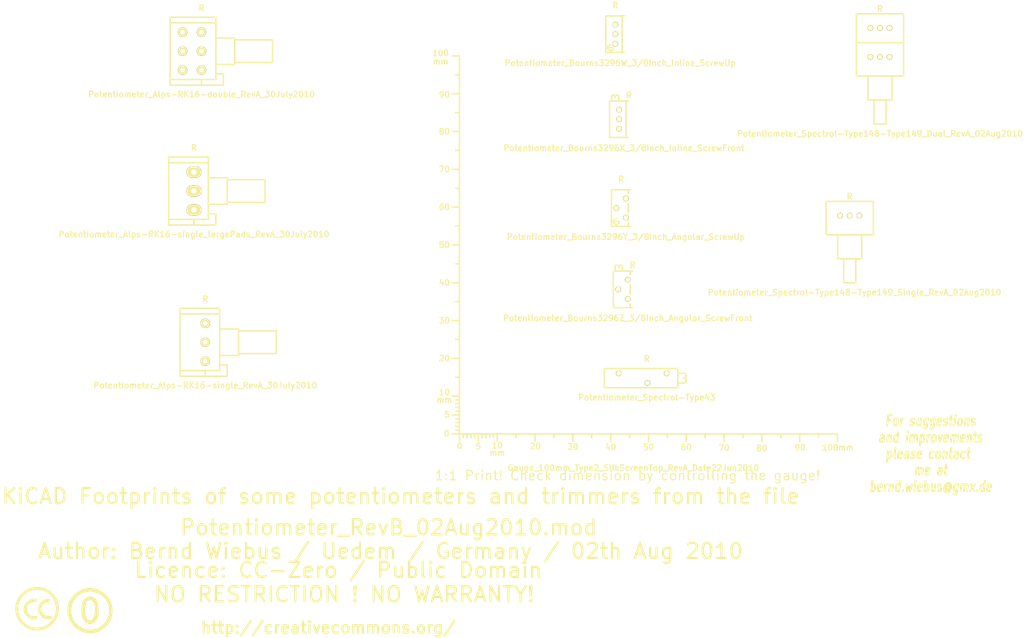
<source format=kicad_pcb>
(kicad_pcb (version 3) (host pcbnew "(2013-03-30 BZR 4007)-stable")

  (general
    (links 0)
    (no_connects 0)
    (area -16.90696 40.805099 274.02378 197.1694)
    (thickness 1.6002)
    (drawings 7)
    (tracks 0)
    (zones 0)
    (modules 13)
    (nets 1)
  )

  (page A4)
  (layers
    (15 Vorderseite signal)
    (0 Rückseite signal)
    (16 B.Adhes user)
    (17 F.Adhes user)
    (18 B.Paste user)
    (19 F.Paste user)
    (20 B.SilkS user)
    (21 F.SilkS user)
    (22 B.Mask user)
    (23 F.Mask user)
    (24 Dwgs.User user)
    (25 Cmts.User user)
    (26 Eco1.User user)
    (27 Eco2.User user)
    (28 Edge.Cuts user)
  )

  (setup
    (last_trace_width 0.2032)
    (trace_clearance 0.254)
    (zone_clearance 0.508)
    (zone_45_only no)
    (trace_min 0.2032)
    (segment_width 0.381)
    (edge_width 0.381)
    (via_size 0.889)
    (via_drill 0.635)
    (via_min_size 0.889)
    (via_min_drill 0.508)
    (uvia_size 0.508)
    (uvia_drill 0.127)
    (uvias_allowed no)
    (uvia_min_size 0.508)
    (uvia_min_drill 0.127)
    (pcb_text_width 0.3048)
    (pcb_text_size 1.524 2.032)
    (mod_edge_width 0.381)
    (mod_text_size 1.524 1.524)
    (mod_text_width 0.3048)
    (pad_size 1.524 1.524)
    (pad_drill 0.8128)
    (pad_to_mask_clearance 0.254)
    (aux_axis_origin 0 0)
    (visible_elements 7FFFFFFF)
    (pcbplotparams
      (layerselection 3178497)
      (usegerberextensions true)
      (excludeedgelayer true)
      (linewidth 60)
      (plotframeref false)
      (viasonmask false)
      (mode 1)
      (useauxorigin false)
      (hpglpennumber 1)
      (hpglpenspeed 20)
      (hpglpendiameter 15)
      (hpglpenoverlay 0)
      (psnegative false)
      (psa4output false)
      (plotreference true)
      (plotvalue true)
      (plotothertext true)
      (plotinvisibletext false)
      (padsonsilk false)
      (subtractmaskfromsilk false)
      (outputformat 1)
      (mirror false)
      (drillshape 1)
      (scaleselection 1)
      (outputdirectory ""))
  )

  (net 0 "")

  (net_class Default "Dies ist die voreingestellte Netzklasse."
    (clearance 0.254)
    (trace_width 0.2032)
    (via_dia 0.889)
    (via_drill 0.635)
    (uvia_dia 0.508)
    (uvia_drill 0.127)
    (add_net "")
  )

  (module Gauge_100mm_Type2_SilkScreenTop_RevA_Date22Jun2010 (layer Vorderseite) (tedit 51AF682E) (tstamp 4D88F07A)
    (at 132.75056 141.2494)
    (descr "Gauge, Massstab, 100mm, SilkScreenTop, Type 2,")
    (tags "Gauge, Massstab, 100mm, SilkScreenTop, Type 2,")
    (path Gauge_100mm_Type2_SilkScreenTop_RevA_Date22Jun2010)
    (fp_text reference MSC (at 4.0005 8.99922) (layer F.SilkS) hide
      (effects (font (size 1.524 1.524) (thickness 0.3048)))
    )
    (fp_text value Gauge_100mm_Type2_SilkScreenTop_RevA_Date22Jun2010 (at 45.9994 8.99922) (layer F.SilkS)
      (effects (font (size 1.524 1.524) (thickness 0.3048)))
    )
    (fp_text user mm (at 9.99998 5.00126) (layer F.SilkS)
      (effects (font (size 1.524 1.524) (thickness 0.3048)))
    )
    (fp_text user mm (at -4.0005 -8.99922) (layer F.SilkS)
      (effects (font (size 1.524 1.524) (thickness 0.3048)))
    )
    (fp_text user mm (at -5.00126 -98.5012) (layer F.SilkS)
      (effects (font (size 1.524 1.524) (thickness 0.3048)))
    )
    (fp_text user 10 (at 10.00506 3.0988) (layer F.SilkS)
      (effects (font (size 1.50114 1.50114) (thickness 0.29972)))
    )
    (fp_text user 0 (at 0.00508 3.19786) (layer F.SilkS)
      (effects (font (size 1.39954 1.50114) (thickness 0.29972)))
    )
    (fp_text user 5 (at 5.0038 3.29946) (layer F.SilkS)
      (effects (font (size 1.50114 1.50114) (thickness 0.29972)))
    )
    (fp_text user 20 (at 20.1041 3.29946) (layer F.SilkS)
      (effects (font (size 1.50114 1.50114) (thickness 0.29972)))
    )
    (fp_text user 30 (at 30.00502 3.39852) (layer F.SilkS)
      (effects (font (size 1.50114 1.50114) (thickness 0.29972)))
    )
    (fp_text user 40 (at 40.005 3.50012) (layer F.SilkS)
      (effects (font (size 1.50114 1.50114) (thickness 0.29972)))
    )
    (fp_text user 50 (at 50.00498 3.50012) (layer F.SilkS)
      (effects (font (size 1.50114 1.50114) (thickness 0.29972)))
    )
    (fp_text user 60 (at 60.00496 3.50012) (layer F.SilkS)
      (effects (font (size 1.50114 1.50114) (thickness 0.29972)))
    )
    (fp_text user 70 (at 70.00494 3.70078) (layer F.SilkS)
      (effects (font (size 1.50114 1.50114) (thickness 0.29972)))
    )
    (fp_text user 80 (at 80.00492 3.79984) (layer F.SilkS)
      (effects (font (size 1.50114 1.50114) (thickness 0.29972)))
    )
    (fp_text user 90 (at 90.1065 3.60172) (layer F.SilkS)
      (effects (font (size 1.50114 1.50114) (thickness 0.29972)))
    )
    (fp_text user 100mm (at 100.10648 3.60172) (layer F.SilkS)
      (effects (font (size 1.50114 1.50114) (thickness 0.29972)))
    )
    (fp_line (start 0 -8.99922) (end -1.00076 -8.99922) (layer F.SilkS) (width 0.381))
    (fp_line (start 0 -8.001) (end -1.00076 -8.001) (layer F.SilkS) (width 0.381))
    (fp_line (start 0 -7.00024) (end -1.00076 -7.00024) (layer F.SilkS) (width 0.381))
    (fp_line (start 0 -5.99948) (end -1.00076 -5.99948) (layer F.SilkS) (width 0.381))
    (fp_line (start 0 -4.0005) (end -1.00076 -4.0005) (layer F.SilkS) (width 0.381))
    (fp_line (start 0 -2.99974) (end -1.00076 -2.99974) (layer F.SilkS) (width 0.381))
    (fp_line (start 0 -1.99898) (end -1.00076 -1.99898) (layer F.SilkS) (width 0.381))
    (fp_line (start 0 -1.00076) (end -1.00076 -1.00076) (layer F.SilkS) (width 0.381))
    (fp_line (start 0 0) (end -1.99898 0) (layer F.SilkS) (width 0.381))
    (fp_line (start 0 -5.00126) (end -1.99898 -5.00126) (layer F.SilkS) (width 0.381))
    (fp_line (start 0 -9.99998) (end -1.99898 -9.99998) (layer F.SilkS) (width 0.381))
    (fp_line (start 0 -15.00124) (end -1.00076 -15.00124) (layer F.SilkS) (width 0.381))
    (fp_line (start 0 -19.99996) (end -1.99898 -19.99996) (layer F.SilkS) (width 0.381))
    (fp_line (start 0 -25.00122) (end -1.00076 -25.00122) (layer F.SilkS) (width 0.381))
    (fp_line (start 0 -29.99994) (end -1.99898 -29.99994) (layer F.SilkS) (width 0.381))
    (fp_line (start 0 -35.0012) (end -1.00076 -35.0012) (layer F.SilkS) (width 0.381))
    (fp_line (start 0 -39.99992) (end -1.99898 -39.99992) (layer F.SilkS) (width 0.381))
    (fp_line (start 0 -45.00118) (end -1.00076 -45.00118) (layer F.SilkS) (width 0.381))
    (fp_line (start 0 -49.9999) (end -1.99898 -49.9999) (layer F.SilkS) (width 0.381))
    (fp_line (start 0 -55.00116) (end -1.00076 -55.00116) (layer F.SilkS) (width 0.381))
    (fp_line (start 0 -59.99988) (end -1.99898 -59.99988) (layer F.SilkS) (width 0.381))
    (fp_line (start 0 -65.00114) (end -1.00076 -65.00114) (layer F.SilkS) (width 0.381))
    (fp_line (start 0 -69.99986) (end -1.99898 -69.99986) (layer F.SilkS) (width 0.381))
    (fp_line (start 0 -75.00112) (end -1.00076 -75.00112) (layer F.SilkS) (width 0.381))
    (fp_line (start 0 -79.99984) (end -1.99898 -79.99984) (layer F.SilkS) (width 0.381))
    (fp_line (start 0 -85.0011) (end -1.00076 -85.0011) (layer F.SilkS) (width 0.381))
    (fp_line (start 0 -89.99982) (end -1.99898 -89.99982) (layer F.SilkS) (width 0.381))
    (fp_line (start 0 -95.00108) (end -1.00076 -95.00108) (layer F.SilkS) (width 0.381))
    (fp_line (start 0 0) (end 0 -99.9998) (layer F.SilkS) (width 0.381))
    (fp_line (start 0 -99.9998) (end -1.99898 -99.9998) (layer F.SilkS) (width 0.381))
    (fp_text user 100 (at -4.99872 -100.7491) (layer F.SilkS)
      (effects (font (size 1.50114 1.50114) (thickness 0.29972)))
    )
    (fp_text user 90 (at -4.0005 -89.7509) (layer F.SilkS)
      (effects (font (size 1.50114 1.50114) (thickness 0.29972)))
    )
    (fp_text user 80 (at -4.0005 -79.99984) (layer F.SilkS)
      (effects (font (size 1.50114 1.50114) (thickness 0.29972)))
    )
    (fp_text user 70 (at -4.0005 -69.99986) (layer F.SilkS)
      (effects (font (size 1.50114 1.50114) (thickness 0.29972)))
    )
    (fp_text user 60 (at -4.0005 -59.99988) (layer F.SilkS)
      (effects (font (size 1.50114 1.50114) (thickness 0.29972)))
    )
    (fp_text user 50 (at -4.0005 -49.9999) (layer F.SilkS)
      (effects (font (size 1.50114 1.50114) (thickness 0.34036)))
    )
    (fp_text user 40 (at -4.0005 -39.99992) (layer F.SilkS)
      (effects (font (size 1.50114 1.50114) (thickness 0.29972)))
    )
    (fp_text user 30 (at -4.0005 -29.99994) (layer F.SilkS)
      (effects (font (size 1.50114 1.50114) (thickness 0.29972)))
    )
    (fp_text user 20 (at -4.0005 -19.99996) (layer F.SilkS)
      (effects (font (size 1.50114 1.50114) (thickness 0.29972)))
    )
    (fp_line (start 95.00108 0) (end 95.00108 1.00076) (layer F.SilkS) (width 0.381))
    (fp_line (start 89.99982 0) (end 89.99982 1.99898) (layer F.SilkS) (width 0.381))
    (fp_line (start 85.0011 0) (end 85.0011 1.00076) (layer F.SilkS) (width 0.381))
    (fp_line (start 79.99984 0) (end 79.99984 1.99898) (layer F.SilkS) (width 0.381))
    (fp_line (start 75.00112 0) (end 75.00112 1.00076) (layer F.SilkS) (width 0.381))
    (fp_line (start 69.99986 0) (end 69.99986 1.99898) (layer F.SilkS) (width 0.381))
    (fp_line (start 65.00114 0) (end 65.00114 1.00076) (layer F.SilkS) (width 0.381))
    (fp_line (start 59.99988 0) (end 59.99988 1.99898) (layer F.SilkS) (width 0.381))
    (fp_line (start 55.00116 0) (end 55.00116 1.00076) (layer F.SilkS) (width 0.381))
    (fp_line (start 49.9999 0) (end 49.9999 1.99898) (layer F.SilkS) (width 0.381))
    (fp_line (start 45.00118 0) (end 45.00118 1.00076) (layer F.SilkS) (width 0.381))
    (fp_line (start 39.99992 0) (end 39.99992 1.99898) (layer F.SilkS) (width 0.381))
    (fp_line (start 35.0012 0) (end 35.0012 1.00076) (layer F.SilkS) (width 0.381))
    (fp_line (start 29.99994 0) (end 29.99994 1.99898) (layer F.SilkS) (width 0.381))
    (fp_line (start 25.00122 0) (end 25.00122 1.00076) (layer F.SilkS) (width 0.381))
    (fp_line (start 19.99996 0) (end 19.99996 1.99898) (layer F.SilkS) (width 0.381))
    (fp_line (start 15.00124 0) (end 15.00124 1.00076) (layer F.SilkS) (width 0.381))
    (fp_line (start 9.99998 0) (end 99.9998 0) (layer F.SilkS) (width 0.381))
    (fp_line (start 99.9998 0) (end 99.9998 1.99898) (layer F.SilkS) (width 0.381))
    (fp_text user 5 (at -3.302 -5.10286) (layer F.SilkS)
      (effects (font (size 1.50114 1.50114) (thickness 0.29972)))
    )
    (fp_text user 0 (at -3.4036 -0.10414) (layer F.SilkS)
      (effects (font (size 1.50114 1.50114) (thickness 0.29972)))
    )
    (fp_text user 10 (at -4.0005 -11.00074) (layer F.SilkS)
      (effects (font (size 1.50114 1.50114) (thickness 0.29972)))
    )
    (fp_line (start 8.99922 0) (end 8.99922 1.00076) (layer F.SilkS) (width 0.381))
    (fp_line (start 8.001 0) (end 8.001 1.00076) (layer F.SilkS) (width 0.381))
    (fp_line (start 7.00024 0) (end 7.00024 1.00076) (layer F.SilkS) (width 0.381))
    (fp_line (start 5.99948 0) (end 5.99948 1.00076) (layer F.SilkS) (width 0.381))
    (fp_line (start 4.0005 0) (end 4.0005 1.00076) (layer F.SilkS) (width 0.381))
    (fp_line (start 2.99974 0) (end 2.99974 1.00076) (layer F.SilkS) (width 0.381))
    (fp_line (start 1.99898 0) (end 1.99898 1.00076) (layer F.SilkS) (width 0.381))
    (fp_line (start 1.00076 0) (end 1.00076 1.00076) (layer F.SilkS) (width 0.381))
    (fp_line (start 5.00126 0) (end 5.00126 1.99898) (layer F.SilkS) (width 0.381))
    (fp_line (start 0 0) (end 0 1.99898) (layer F.SilkS) (width 0.381))
    (fp_line (start 0 0) (end 9.99998 0) (layer F.SilkS) (width 0.381))
    (fp_line (start 9.99998 0) (end 9.99998 1.99898) (layer F.SilkS) (width 0.381))
  )

  (module Symbol_CC-PublicDomain_SilkScreenTop_Big (layer Vorderseite) (tedit 515D641F) (tstamp 515F0B64)
    (at 35 188)
    (descr "Symbol, CC-PublicDomain, SilkScreen Top, Big,")
    (tags "Symbol, CC-PublicDomain, SilkScreen Top, Big,")
    (path Symbol_CC-Noncommercial_CopperTop_Big)
    (fp_text reference Sym (at 0.59944 -7.29996) (layer F.SilkS) hide
      (effects (font (size 1.524 1.524) (thickness 0.3048)))
    )
    (fp_text value Symbol_CC-PublicDomain_SilkScreenTop_Big (at 0.59944 8.001) (layer F.SilkS) hide
      (effects (font (size 1.524 1.524) (thickness 0.3048)))
    )
    (fp_circle (center 0 0) (end 5.8 -0.05) (layer F.SilkS) (width 0.381))
    (fp_circle (center 0 0) (end 5.5 0) (layer F.SilkS) (width 0.381))
    (fp_circle (center 0.05 0) (end 5.25 0) (layer F.SilkS) (width 0.381))
    (fp_line (start 1.1 -2.5) (end 1.4 -1.9) (layer F.SilkS) (width 0.381))
    (fp_line (start -1.8 1.2) (end -1.6 1.9) (layer F.SilkS) (width 0.381))
    (fp_line (start -1.6 1.9) (end -1.2 2.5) (layer F.SilkS) (width 0.381))
    (fp_line (start 0 -3) (end 0.75 -2.75) (layer F.SilkS) (width 0.381))
    (fp_line (start 0.75 -2.75) (end 1 -2.25) (layer F.SilkS) (width 0.381))
    (fp_line (start 1 -2.25) (end 1.5 -1) (layer F.SilkS) (width 0.381))
    (fp_line (start 1.5 -1) (end 1.5 -0.5) (layer F.SilkS) (width 0.381))
    (fp_line (start 1.5 -0.5) (end 1.5 0.5) (layer F.SilkS) (width 0.381))
    (fp_line (start 1.5 0.5) (end 1.25 1.5) (layer F.SilkS) (width 0.381))
    (fp_line (start 1.25 1.5) (end 0.75 2.5) (layer F.SilkS) (width 0.381))
    (fp_line (start 0.75 2.5) (end 0.25 2.75) (layer F.SilkS) (width 0.381))
    (fp_line (start 0.25 2.75) (end -0.25 2.75) (layer F.SilkS) (width 0.381))
    (fp_line (start -0.25 2.75) (end -0.75 2.5) (layer F.SilkS) (width 0.381))
    (fp_line (start -0.75 2.5) (end -1.25 1.75) (layer F.SilkS) (width 0.381))
    (fp_line (start -1.25 1.75) (end -1.5 0.75) (layer F.SilkS) (width 0.381))
    (fp_line (start -1.5 0.75) (end -1.5 -0.75) (layer F.SilkS) (width 0.381))
    (fp_line (start -1.5 -0.75) (end -1.25 -1.75) (layer F.SilkS) (width 0.381))
    (fp_line (start -1.25 -1.75) (end -1 -2.5) (layer F.SilkS) (width 0.381))
    (fp_line (start -1 -2.5) (end -0.3 -2.9) (layer F.SilkS) (width 0.381))
    (fp_line (start -0.3 -2.9) (end 0.2 -3) (layer F.SilkS) (width 0.381))
    (fp_line (start 0.2 -3) (end 0.8 -3) (layer F.SilkS) (width 0.381))
    (fp_line (start 0.8 -3) (end 1.4 -2.3) (layer F.SilkS) (width 0.381))
    (fp_line (start 1.4 -2.3) (end 1.6 -1.4) (layer F.SilkS) (width 0.381))
    (fp_line (start 1.6 -1.4) (end 1.7 -0.3) (layer F.SilkS) (width 0.381))
    (fp_line (start 1.7 -0.3) (end 1.7 0.9) (layer F.SilkS) (width 0.381))
    (fp_line (start 1.7 0.9) (end 1.4 1.8) (layer F.SilkS) (width 0.381))
    (fp_line (start 1.4 1.8) (end 1 2.7) (layer F.SilkS) (width 0.381))
    (fp_line (start 1 2.7) (end 0.5 3) (layer F.SilkS) (width 0.381))
    (fp_line (start 0.5 3) (end -0.4 3) (layer F.SilkS) (width 0.381))
    (fp_line (start -0.4 3) (end -1.3 2.3) (layer F.SilkS) (width 0.381))
    (fp_line (start -1.3 2.3) (end -1.7 1) (layer F.SilkS) (width 0.381))
    (fp_line (start -1.7 1) (end -1.8 -0.7) (layer F.SilkS) (width 0.381))
    (fp_line (start -1.8 -0.7) (end -1.4 -2.2) (layer F.SilkS) (width 0.381))
    (fp_line (start -1.4 -2.2) (end -1 -2.9) (layer F.SilkS) (width 0.381))
    (fp_line (start -1 -2.9) (end -0.2 -3.3) (layer F.SilkS) (width 0.381))
    (fp_line (start -0.2 -3.3) (end 0.7 -3.2) (layer F.SilkS) (width 0.381))
    (fp_line (start 0.7 -3.2) (end 1.3 -3.1) (layer F.SilkS) (width 0.381))
    (fp_line (start 1.3 -3.1) (end 1.7 -2.4) (layer F.SilkS) (width 0.381))
    (fp_line (start 1.7 -2.4) (end 2 -1.6) (layer F.SilkS) (width 0.381))
    (fp_line (start 2 -1.6) (end 2.1 -0.6) (layer F.SilkS) (width 0.381))
    (fp_line (start 2.1 -0.6) (end 2.1 0.3) (layer F.SilkS) (width 0.381))
    (fp_line (start 2.1 0.3) (end 2.1 1.3) (layer F.SilkS) (width 0.381))
    (fp_line (start 2.1 1.3) (end 1.9 1.8) (layer F.SilkS) (width 0.381))
    (fp_line (start 1.9 1.8) (end 1.5 2.6) (layer F.SilkS) (width 0.381))
    (fp_line (start 1.5 2.6) (end 1.1 3) (layer F.SilkS) (width 0.381))
    (fp_line (start 1.1 3) (end 0.4 3.3) (layer F.SilkS) (width 0.381))
    (fp_line (start 0.4 3.3) (end -0.1 3.4) (layer F.SilkS) (width 0.381))
    (fp_line (start -0.1 3.4) (end -0.8 3.2) (layer F.SilkS) (width 0.381))
    (fp_line (start -0.8 3.2) (end -1.5 2.6) (layer F.SilkS) (width 0.381))
    (fp_line (start -1.5 2.6) (end -1.9 1.7) (layer F.SilkS) (width 0.381))
    (fp_line (start -1.9 1.7) (end -2.1 0.4) (layer F.SilkS) (width 0.381))
    (fp_line (start -2.1 0.4) (end -2.1 -0.6) (layer F.SilkS) (width 0.381))
    (fp_line (start -2.1 -0.6) (end -2 -1.6) (layer F.SilkS) (width 0.381))
    (fp_line (start -2 -1.6) (end -1.7 -2.4) (layer F.SilkS) (width 0.381))
    (fp_line (start -1.7 -2.4) (end -1.2 -3.1) (layer F.SilkS) (width 0.381))
    (fp_line (start -1.2 -3.1) (end -0.4 -3.6) (layer F.SilkS) (width 0.381))
    (fp_line (start -0.4 -3.6) (end 0.4 -3.6) (layer F.SilkS) (width 0.381))
    (fp_line (start 0.4 -3.6) (end 1.1 -3.2) (layer F.SilkS) (width 0.381))
    (fp_line (start 1.1 -3.2) (end 1.1 -2.9) (layer F.SilkS) (width 0.381))
    (fp_line (start 1.1 -2.9) (end 1.8 -1.5) (layer F.SilkS) (width 0.381))
    (fp_line (start 1.8 -1.5) (end 1.8 -0.4) (layer F.SilkS) (width 0.381))
    (fp_line (start 1.8 -0.4) (end 1.8 1.1) (layer F.SilkS) (width 0.381))
    (fp_line (start 1.8 1.1) (end 1.2 2.6) (layer F.SilkS) (width 0.381))
    (fp_line (start 1.2 2.6) (end 0.2 3.2) (layer F.SilkS) (width 0.381))
    (fp_line (start 0.2 3.2) (end -0.5 3.2) (layer F.SilkS) (width 0.381))
    (fp_line (start -0.5 3.2) (end -1.1 2.7) (layer F.SilkS) (width 0.381))
    (fp_line (start -1.1 2.7) (end -1.9 0.6) (layer F.SilkS) (width 0.381))
    (fp_line (start -1.9 0.6) (end -1.7 -1.9) (layer F.SilkS) (width 0.381))
  )

  (module Symbol_CreativeCommons_SilkScreenTop_Type2_Big (layer Vorderseite) (tedit 515D640C) (tstamp 515F46B2)
    (at 21 187.5)
    (descr "Symbol, Creative Commons, SilkScreen Top, Type 2, Big,")
    (tags "Symbol, Creative Commons, SilkScreen Top, Type 2, Big,")
    (path Symbol_CreativeCommons_CopperTop_Type2_Big)
    (fp_text reference Sym (at 0.59944 -7.29996) (layer F.SilkS) hide
      (effects (font (size 1.524 1.524) (thickness 0.3048)))
    )
    (fp_text value Symbol_CreativeCommons_Typ2_SilkScreenTop_Big (at 0.59944 8.001) (layer F.SilkS) hide
      (effects (font (size 1.524 1.524) (thickness 0.3048)))
    )
    (fp_line (start -0.70104 2.70002) (end -0.29972 2.60096) (layer F.SilkS) (width 0.381))
    (fp_line (start -0.29972 2.60096) (end -0.20066 2.10058) (layer F.SilkS) (width 0.381))
    (fp_line (start -2.49936 -1.69926) (end -2.70002 -1.6002) (layer F.SilkS) (width 0.381))
    (fp_line (start -2.70002 -1.6002) (end -3.0988 -1.00076) (layer F.SilkS) (width 0.381))
    (fp_line (start -3.0988 -1.00076) (end -3.29946 -0.50038) (layer F.SilkS) (width 0.381))
    (fp_line (start -3.29946 -0.50038) (end -3.40106 0.39878) (layer F.SilkS) (width 0.381))
    (fp_line (start -3.40106 0.39878) (end -3.29946 0.89916) (layer F.SilkS) (width 0.381))
    (fp_line (start -0.19812 2.4003) (end -0.29718 2.59842) (layer F.SilkS) (width 0.381))
    (fp_line (start 3.70078 2.10058) (end 3.79984 2.4003) (layer F.SilkS) (width 0.381))
    (fp_line (start 2.99974 -2.4003) (end 3.29946 -2.30124) (layer F.SilkS) (width 0.381))
    (fp_line (start 3.29946 -2.30124) (end 3.0988 -1.99898) (layer F.SilkS) (width 0.381))
    (fp_line (start 0 -5.40004) (end -0.50038 -5.40004) (layer F.SilkS) (width 0.381))
    (fp_line (start -0.50038 -5.40004) (end -1.30048 -5.10032) (layer F.SilkS) (width 0.381))
    (fp_line (start -1.30048 -5.10032) (end -1.99898 -4.89966) (layer F.SilkS) (width 0.381))
    (fp_line (start -1.99898 -4.89966) (end -2.70002 -4.699) (layer F.SilkS) (width 0.381))
    (fp_line (start -2.70002 -4.699) (end -3.29946 -4.20116) (layer F.SilkS) (width 0.381))
    (fp_line (start -3.29946 -4.20116) (end -4.0005 -3.59918) (layer F.SilkS) (width 0.381))
    (fp_line (start -4.0005 -3.59918) (end -4.50088 -2.99974) (layer F.SilkS) (width 0.381))
    (fp_line (start -4.50088 -2.99974) (end -5.00126 -2.10058) (layer F.SilkS) (width 0.381))
    (fp_line (start -5.00126 -2.10058) (end -5.30098 -1.09982) (layer F.SilkS) (width 0.381))
    (fp_line (start -5.30098 -1.09982) (end -5.40004 0.09906) (layer F.SilkS) (width 0.381))
    (fp_line (start -5.40004 0.09906) (end -5.19938 1.30048) (layer F.SilkS) (width 0.381))
    (fp_line (start -5.19938 1.30048) (end -4.8006 2.4003) (layer F.SilkS) (width 0.381))
    (fp_line (start -4.8006 2.4003) (end -3.79984 3.8989) (layer F.SilkS) (width 0.381))
    (fp_line (start -3.79984 3.8989) (end -2.60096 4.8006) (layer F.SilkS) (width 0.381))
    (fp_line (start -2.60096 4.8006) (end -1.30048 5.30098) (layer F.SilkS) (width 0.381))
    (fp_line (start -1.30048 5.30098) (end 0.09906 5.30098) (layer F.SilkS) (width 0.381))
    (fp_line (start 0.09906 5.30098) (end 1.6002 5.19938) (layer F.SilkS) (width 0.381))
    (fp_line (start 1.6002 5.19938) (end 2.60096 4.699) (layer F.SilkS) (width 0.381))
    (fp_line (start 2.60096 4.699) (end 4.20116 3.40106) (layer F.SilkS) (width 0.381))
    (fp_line (start 4.20116 3.40106) (end 5.00126 1.80086) (layer F.SilkS) (width 0.381))
    (fp_line (start 5.00126 1.80086) (end 5.40004 0.29972) (layer F.SilkS) (width 0.381))
    (fp_line (start 5.40004 0.29972) (end 5.19938 -1.39954) (layer F.SilkS) (width 0.381))
    (fp_line (start 5.19938 -1.39954) (end 4.699 -2.49936) (layer F.SilkS) (width 0.381))
    (fp_line (start 4.699 -2.49936) (end 3.40106 -4.09956) (layer F.SilkS) (width 0.381))
    (fp_line (start 3.40106 -4.09956) (end 2.4003 -4.8006) (layer F.SilkS) (width 0.381))
    (fp_line (start 2.4003 -4.8006) (end 1.39954 -5.19938) (layer F.SilkS) (width 0.381))
    (fp_line (start 1.39954 -5.19938) (end 0 -5.30098) (layer F.SilkS) (width 0.381))
    (fp_line (start 0.60198 -0.70104) (end 0.50292 -0.20066) (layer F.SilkS) (width 0.381))
    (fp_line (start 0.50292 -0.20066) (end 0.50292 0.49784) (layer F.SilkS) (width 0.381))
    (fp_line (start 0.50292 0.49784) (end 0.60198 1.09982) (layer F.SilkS) (width 0.381))
    (fp_line (start 0.60198 1.09982) (end 1.00076 1.69926) (layer F.SilkS) (width 0.381))
    (fp_line (start 1.00076 1.69926) (end 1.50114 2.19964) (layer F.SilkS) (width 0.381))
    (fp_line (start 1.50114 2.19964) (end 2.10058 2.49936) (layer F.SilkS) (width 0.381))
    (fp_line (start 2.10058 2.49936) (end 2.60096 2.59842) (layer F.SilkS) (width 0.381))
    (fp_line (start 2.60096 2.59842) (end 3.00228 2.59842) (layer F.SilkS) (width 0.381))
    (fp_line (start 3.00228 2.59842) (end 3.40106 2.59842) (layer F.SilkS) (width 0.381))
    (fp_line (start 3.40106 2.59842) (end 3.80238 2.49936) (layer F.SilkS) (width 0.381))
    (fp_line (start 3.80238 2.49936) (end 3.70078 2.2987) (layer F.SilkS) (width 0.381))
    (fp_line (start 3.70078 2.2987) (end 2.80162 2.4003) (layer F.SilkS) (width 0.381))
    (fp_line (start 2.80162 2.4003) (end 1.80086 2.09804) (layer F.SilkS) (width 0.381))
    (fp_line (start 1.80086 2.09804) (end 1.20142 1.6002) (layer F.SilkS) (width 0.381))
    (fp_line (start 1.20142 1.6002) (end 0.80264 0.6985) (layer F.SilkS) (width 0.381))
    (fp_line (start 0.80264 0.6985) (end 0.70104 -0.29972) (layer F.SilkS) (width 0.381))
    (fp_line (start 0.70104 -0.29972) (end 1.00076 -1.00076) (layer F.SilkS) (width 0.381))
    (fp_line (start 1.00076 -1.00076) (end 1.60274 -1.7018) (layer F.SilkS) (width 0.381))
    (fp_line (start 1.60274 -1.7018) (end 2.30124 -2.10058) (layer F.SilkS) (width 0.381))
    (fp_line (start 2.30124 -2.10058) (end 3.00228 -2.10058) (layer F.SilkS) (width 0.381))
    (fp_line (start 3.00228 -2.10058) (end 3.10134 -1.89992) (layer F.SilkS) (width 0.381))
    (fp_line (start 3.10134 -1.89992) (end 2.5019 -1.89992) (layer F.SilkS) (width 0.381))
    (fp_line (start 2.5019 -1.89992) (end 1.80086 -1.6002) (layer F.SilkS) (width 0.381))
    (fp_line (start 1.80086 -1.6002) (end 1.30048 -1.00076) (layer F.SilkS) (width 0.381))
    (fp_line (start 1.30048 -1.00076) (end 1.00076 -0.40132) (layer F.SilkS) (width 0.381))
    (fp_line (start 1.00076 -0.40132) (end 1.00076 0.09906) (layer F.SilkS) (width 0.381))
    (fp_line (start 1.00076 0.09906) (end 1.00076 0.6985) (layer F.SilkS) (width 0.381))
    (fp_line (start 1.00076 0.6985) (end 1.30048 1.19888) (layer F.SilkS) (width 0.381))
    (fp_line (start 1.30048 1.19888) (end 1.7018 1.69926) (layer F.SilkS) (width 0.381))
    (fp_line (start 1.7018 1.69926) (end 2.30124 1.99898) (layer F.SilkS) (width 0.381))
    (fp_line (start 2.30124 1.99898) (end 2.90068 2.09804) (layer F.SilkS) (width 0.381))
    (fp_line (start 2.90068 2.09804) (end 3.40106 2.09804) (layer F.SilkS) (width 0.381))
    (fp_line (start 3.40106 2.09804) (end 3.70078 1.99898) (layer F.SilkS) (width 0.381))
    (fp_line (start 3.00228 -2.4003) (end 2.40284 -2.4003) (layer F.SilkS) (width 0.381))
    (fp_line (start 2.40284 -2.4003) (end 2.00152 -2.20218) (layer F.SilkS) (width 0.381))
    (fp_line (start 2.00152 -2.20218) (end 1.50114 -2.00152) (layer F.SilkS) (width 0.381))
    (fp_line (start 1.50114 -2.00152) (end 1.10236 -1.6002) (layer F.SilkS) (width 0.381))
    (fp_line (start 1.10236 -1.6002) (end 0.80264 -1.09982) (layer F.SilkS) (width 0.381))
    (fp_line (start 0.80264 -1.09982) (end 0.60198 -0.70104) (layer F.SilkS) (width 0.381))
    (fp_line (start -0.39878 -1.99898) (end -0.89916 -1.99898) (layer F.SilkS) (width 0.381))
    (fp_line (start -0.89916 -1.99898) (end -1.39954 -1.89738) (layer F.SilkS) (width 0.381))
    (fp_line (start -1.39954 -1.89738) (end -1.89992 -1.59766) (layer F.SilkS) (width 0.381))
    (fp_line (start -1.89992 -1.59766) (end -2.4003 -1.19888) (layer F.SilkS) (width 0.381))
    (fp_line (start -2.4003 -1.30048) (end -2.70002 -0.8001) (layer F.SilkS) (width 0.381))
    (fp_line (start -2.70002 -0.8001) (end -2.79908 -0.29972) (layer F.SilkS) (width 0.381))
    (fp_line (start -2.79908 -0.29972) (end -2.79908 0.20066) (layer F.SilkS) (width 0.381))
    (fp_line (start -2.79908 0.20066) (end -2.59842 1.00076) (layer F.SilkS) (width 0.381))
    (fp_line (start -2.69748 1.00076) (end -2.39776 1.39954) (layer F.SilkS) (width 0.381))
    (fp_line (start -2.29616 1.4986) (end -1.79578 1.89992) (layer F.SilkS) (width 0.381))
    (fp_line (start -1.79578 1.89992) (end -1.29794 2.09804) (layer F.SilkS) (width 0.381))
    (fp_line (start -1.29794 2.09804) (end -0.89662 2.19964) (layer F.SilkS) (width 0.381))
    (fp_line (start -0.89662 2.19964) (end -0.49784 2.19964) (layer F.SilkS) (width 0.381))
    (fp_line (start -0.49784 2.19964) (end -0.19812 2.09804) (layer F.SilkS) (width 0.381))
    (fp_line (start -0.19812 2.09804) (end -0.29718 2.4003) (layer F.SilkS) (width 0.381))
    (fp_line (start -0.29718 2.4003) (end -0.89662 2.49936) (layer F.SilkS) (width 0.381))
    (fp_line (start -0.89662 2.49936) (end -1.59766 2.2987) (layer F.SilkS) (width 0.381))
    (fp_line (start -1.59766 2.2987) (end -2.29616 1.79832) (layer F.SilkS) (width 0.381))
    (fp_line (start -2.29616 1.79832) (end -2.79654 1.29794) (layer F.SilkS) (width 0.381))
    (fp_line (start -2.79908 1.39954) (end -2.99974 0.70104) (layer F.SilkS) (width 0.381))
    (fp_line (start -2.99974 0.70104) (end -3.0988 0) (layer F.SilkS) (width 0.381))
    (fp_line (start -3.0988 0) (end -2.99974 -0.59944) (layer F.SilkS) (width 0.381))
    (fp_line (start -2.99974 -0.8001) (end -2.70002 -1.30048) (layer F.SilkS) (width 0.381))
    (fp_line (start -2.70002 -1.09982) (end -2.19964 -1.6002) (layer F.SilkS) (width 0.381))
    (fp_line (start -2.19964 -1.69926) (end -1.69926 -1.99898) (layer F.SilkS) (width 0.381))
    (fp_line (start -1.69926 -1.99898) (end -1.19888 -2.19964) (layer F.SilkS) (width 0.381))
    (fp_line (start -1.19888 -2.19964) (end -0.6985 -2.19964) (layer F.SilkS) (width 0.381))
    (fp_line (start -0.6985 -2.19964) (end -0.29972 -2.19964) (layer F.SilkS) (width 0.381))
    (fp_line (start -0.29972 -2.19964) (end -0.20066 -2.39776) (layer F.SilkS) (width 0.381))
    (fp_line (start -0.20066 -2.39776) (end -0.59944 -2.49936) (layer F.SilkS) (width 0.381))
    (fp_line (start -0.59944 -2.49936) (end -1.00076 -2.49936) (layer F.SilkS) (width 0.381))
    (fp_line (start -1.00076 -2.49936) (end -1.4986 -2.39776) (layer F.SilkS) (width 0.381))
    (fp_line (start -1.4986 -2.39776) (end -2.10058 -2.09804) (layer F.SilkS) (width 0.381))
    (fp_line (start -2.10058 -2.09804) (end -2.59842 -1.69926) (layer F.SilkS) (width 0.381))
    (fp_line (start -2.59842 -1.6002) (end -3.0988 -0.89916) (layer F.SilkS) (width 0.381))
    (fp_line (start -3.0988 -0.89916) (end -3.29946 -0.29972) (layer F.SilkS) (width 0.381))
    (fp_line (start -3.29946 -0.29972) (end -3.29946 0.40132) (layer F.SilkS) (width 0.381))
    (fp_line (start -3.29946 0.40132) (end -3.2004 1.00076) (layer F.SilkS) (width 0.381))
    (fp_line (start -3.29946 0.8001) (end -2.99974 1.39954) (layer F.SilkS) (width 0.381))
    (fp_line (start -2.89814 1.4986) (end -2.49682 1.99898) (layer F.SilkS) (width 0.381))
    (fp_line (start -2.49682 1.99898) (end -1.89738 2.4003) (layer F.SilkS) (width 0.381))
    (fp_line (start -1.89738 2.4003) (end -1.19634 2.59842) (layer F.SilkS) (width 0.381))
    (fp_line (start -1.19634 2.59842) (end -0.69596 2.70002) (layer F.SilkS) (width 0.381))
    (fp_line (start -2.9972 1.19888) (end -2.59842 1.19888) (layer F.SilkS) (width 0.381))
    (fp_circle (center 0 0) (end 5.08 1.016) (layer F.SilkS) (width 0.381))
    (fp_circle (center 0 0) (end 5.588 0) (layer F.SilkS) (width 0.381))
  )

  (module Potentiometer_Alps-RK16-double_RevA_30July2010 (layer Vorderseite) (tedit 51AF6848) (tstamp 51AF6CCF)
    (at 64.5 40)
    (descr "Potentiometer, double, dual,  Alps, RK16, single, RevA, 30 July 2010,")
    (tags "Potentiometer, double, dual, Alps, RK16, single, RevA, 30 July 2010,")
    (fp_text reference R (at 0 -11.43) (layer F.SilkS)
      (effects (font (size 1.524 1.524) (thickness 0.3048)))
    )
    (fp_text value Potentiometer_Alps-RK16-double_RevA_30July2010 (at 0 11.43) (layer F.SilkS)
      (effects (font (size 1.524 1.524) (thickness 0.3048)))
    )
    (fp_line (start -6.70052 -8.99922) (end -8.30072 -8.99922) (layer F.SilkS) (width 0.381))
    (fp_line (start -8.30072 -8.99922) (end -8.30072 -7.50062) (layer F.SilkS) (width 0.381))
    (fp_line (start -6.70052 8.99922) (end -8.30072 8.99922) (layer F.SilkS) (width 0.381))
    (fp_line (start -8.30072 8.99922) (end -8.30072 7.50062) (layer F.SilkS) (width 0.381))
    (fp_line (start -6.70052 -7.50062) (end -8.30072 -7.50062) (layer F.SilkS) (width 0.381))
    (fp_line (start -8.30072 -7.50062) (end -8.30072 7.50062) (layer F.SilkS) (width 0.381))
    (fp_line (start -8.30072 7.50062) (end -6.70052 7.50062) (layer F.SilkS) (width 0.381))
    (fp_line (start 0 8.99922) (end -6.70052 8.99922) (layer F.SilkS) (width 0.381))
    (fp_line (start 3.79984 -7.50062) (end 3.79984 -8.99922) (layer F.SilkS) (width 0.381))
    (fp_line (start 3.79984 -8.99922) (end -6.70052 -8.99922) (layer F.SilkS) (width 0.381))
    (fp_line (start 3.79984 5.99948) (end 5.79882 5.99948) (layer F.SilkS) (width 0.381))
    (fp_line (start 5.79882 5.99948) (end 5.79882 8.99922) (layer F.SilkS) (width 0.381))
    (fp_line (start 5.79882 8.99922) (end 0 8.99922) (layer F.SilkS) (width 0.381))
    (fp_line (start 0 8.99922) (end 0 7.50062) (layer F.SilkS) (width 0.381))
    (fp_line (start 8.8011 -2.99974) (end 18.80108 -2.99974) (layer F.SilkS) (width 0.381))
    (fp_line (start 18.80108 -2.99974) (end 18.80108 2.99974) (layer F.SilkS) (width 0.381))
    (fp_line (start 18.80108 2.99974) (end 8.8011 2.99974) (layer F.SilkS) (width 0.381))
    (fp_line (start 3.79984 -3.50012) (end 8.8011 -3.50012) (layer F.SilkS) (width 0.381))
    (fp_line (start 8.8011 -3.50012) (end 8.8011 3.50012) (layer F.SilkS) (width 0.381))
    (fp_line (start 8.8011 3.50012) (end 3.79984 3.50012) (layer F.SilkS) (width 0.381))
    (fp_line (start 3.79984 -7.50062) (end -6.70052 -7.50062) (layer F.SilkS) (width 0.381))
    (fp_line (start -6.70052 7.50062) (end 3.79984 7.50062) (layer F.SilkS) (width 0.381))
    (fp_line (start 3.79984 7.50062) (end 3.79984 -7.50062) (layer F.SilkS) (width 0.381))
    (pad 23 thru_hole circle (at -5.00126 5.00126) (size 2.49936 2.49936) (drill 1.19888)
      (layers *.Cu *.Mask F.SilkS)
    )
    (pad 22 thru_hole circle (at -5.00126 0) (size 2.49936 2.49936) (drill 1.19888)
      (layers *.Cu *.Mask F.SilkS)
    )
    (pad 21 thru_hole circle (at -5.00126 -5.00126) (size 2.49936 2.49936) (drill 1.19888)
      (layers *.Cu *.Mask F.SilkS)
    )
    (pad 12 thru_hole circle (at 0 0) (size 2.49936 2.49936) (drill 1.19888)
      (layers *.Cu *.Mask F.SilkS)
    )
    (pad 13 thru_hole circle (at 0 5.00126) (size 2.49936 2.49936) (drill 1.19888)
      (layers *.Cu *.Mask F.SilkS)
    )
    (pad 11 thru_hole circle (at 0 -5.00126) (size 2.49936 2.49936) (drill 1.19888)
      (layers *.Cu *.Mask F.SilkS)
    )
  )

  (module Potentiometer_Alps-RK16-single_largePads_RevA_30July2010 (layer Vorderseite) (tedit 4C529886) (tstamp 51AF6FC8)
    (at 62.5 77)
    (descr "Potentiometer, Alps, RK16, single, large Pads, RevA, 30 July 2010,")
    (tags "Potentiometer, Alps, RK16, single, large Pads, RevA, 30 July 2010,")
    (fp_text reference R (at 0 -11.43) (layer F.SilkS)
      (effects (font (size 1.524 1.524) (thickness 0.3048)))
    )
    (fp_text value Potentiometer_Alps-RK16-single_largePads_RevA_30July2010 (at 0 11.43) (layer F.SilkS)
      (effects (font (size 1.524 1.524) (thickness 0.3048)))
    )
    (fp_line (start 0 8.99922) (end -6.70052 8.99922) (layer F.SilkS) (width 0.381))
    (fp_line (start -6.70052 8.99922) (end -6.70052 7.39902) (layer F.SilkS) (width 0.381))
    (fp_line (start 3.79984 -7.50062) (end 3.79984 -8.99922) (layer F.SilkS) (width 0.381))
    (fp_line (start 3.79984 -8.99922) (end -6.70052 -8.99922) (layer F.SilkS) (width 0.381))
    (fp_line (start -6.70052 -8.99922) (end -6.70052 -7.50062) (layer F.SilkS) (width 0.381))
    (fp_line (start 3.79984 5.99948) (end 5.79882 5.99948) (layer F.SilkS) (width 0.381))
    (fp_line (start 5.79882 5.99948) (end 5.79882 8.99922) (layer F.SilkS) (width 0.381))
    (fp_line (start 5.79882 8.99922) (end 0 8.99922) (layer F.SilkS) (width 0.381))
    (fp_line (start 0 8.99922) (end 0 7.50062) (layer F.SilkS) (width 0.381))
    (fp_line (start 8.8011 -2.99974) (end 18.80108 -2.99974) (layer F.SilkS) (width 0.381))
    (fp_line (start 18.80108 -2.99974) (end 18.80108 2.99974) (layer F.SilkS) (width 0.381))
    (fp_line (start 18.80108 2.99974) (end 8.8011 2.99974) (layer F.SilkS) (width 0.381))
    (fp_line (start 3.79984 -3.50012) (end 8.8011 -3.50012) (layer F.SilkS) (width 0.381))
    (fp_line (start 8.8011 -3.50012) (end 8.8011 3.50012) (layer F.SilkS) (width 0.381))
    (fp_line (start 8.8011 3.50012) (end 3.79984 3.50012) (layer F.SilkS) (width 0.381))
    (fp_line (start 3.79984 -7.50062) (end -6.70052 -7.50062) (layer F.SilkS) (width 0.381))
    (fp_line (start -6.70052 -7.50062) (end -6.70052 7.50062) (layer F.SilkS) (width 0.381))
    (fp_line (start -6.70052 7.50062) (end 3.79984 7.50062) (layer F.SilkS) (width 0.381))
    (fp_line (start 3.79984 7.50062) (end 3.79984 -7.50062) (layer F.SilkS) (width 0.381))
    (pad 2 thru_hole oval (at 0 0) (size 4.0005 2.99974) (drill 1.39954)
      (layers *.Cu *.Mask F.SilkS)
    )
    (pad 3 thru_hole oval (at 0 5.00126) (size 4.0005 2.99974) (drill 1.39954)
      (layers *.Cu *.Mask F.SilkS)
    )
    (pad 1 thru_hole oval (at 0 -5.00126) (size 4.0005 2.99974) (drill 1.39954)
      (layers *.Cu *.Mask F.SilkS)
    )
  )

  (module Potentiometer_Alps-RK16-single_RevA_30July2010 (layer Vorderseite) (tedit 4C529815) (tstamp 51AF72B3)
    (at 65.5 117)
    (descr "Potentiometer, Alps, RK16, single, RevA, 30 July 2010,")
    (tags "Potentiometer, Alps, RK16, single, RevA, 30 July 2010,")
    (fp_text reference R (at 0 -11.43) (layer F.SilkS)
      (effects (font (size 1.524 1.524) (thickness 0.3048)))
    )
    (fp_text value Potentiometer_Alps-RK16-single_RevA_30July2010 (at 0 11.43) (layer F.SilkS)
      (effects (font (size 1.524 1.524) (thickness 0.3048)))
    )
    (fp_line (start 0 8.99922) (end -6.70052 8.99922) (layer F.SilkS) (width 0.381))
    (fp_line (start -6.70052 8.99922) (end -6.70052 7.39902) (layer F.SilkS) (width 0.381))
    (fp_line (start 3.79984 -7.50062) (end 3.79984 -8.99922) (layer F.SilkS) (width 0.381))
    (fp_line (start 3.79984 -8.99922) (end -6.70052 -8.99922) (layer F.SilkS) (width 0.381))
    (fp_line (start -6.70052 -8.99922) (end -6.70052 -7.50062) (layer F.SilkS) (width 0.381))
    (fp_line (start 3.79984 5.99948) (end 5.79882 5.99948) (layer F.SilkS) (width 0.381))
    (fp_line (start 5.79882 5.99948) (end 5.79882 8.99922) (layer F.SilkS) (width 0.381))
    (fp_line (start 5.79882 8.99922) (end 0 8.99922) (layer F.SilkS) (width 0.381))
    (fp_line (start 0 8.99922) (end 0 7.50062) (layer F.SilkS) (width 0.381))
    (fp_line (start 8.8011 -2.99974) (end 18.80108 -2.99974) (layer F.SilkS) (width 0.381))
    (fp_line (start 18.80108 -2.99974) (end 18.80108 2.99974) (layer F.SilkS) (width 0.381))
    (fp_line (start 18.80108 2.99974) (end 8.8011 2.99974) (layer F.SilkS) (width 0.381))
    (fp_line (start 3.79984 -3.50012) (end 8.8011 -3.50012) (layer F.SilkS) (width 0.381))
    (fp_line (start 8.8011 -3.50012) (end 8.8011 3.50012) (layer F.SilkS) (width 0.381))
    (fp_line (start 8.8011 3.50012) (end 3.79984 3.50012) (layer F.SilkS) (width 0.381))
    (fp_line (start 3.79984 -7.50062) (end -6.70052 -7.50062) (layer F.SilkS) (width 0.381))
    (fp_line (start -6.70052 -7.50062) (end -6.70052 7.50062) (layer F.SilkS) (width 0.381))
    (fp_line (start -6.70052 7.50062) (end 3.79984 7.50062) (layer F.SilkS) (width 0.381))
    (fp_line (start 3.79984 7.50062) (end 3.79984 -7.50062) (layer F.SilkS) (width 0.381))
    (pad 2 thru_hole circle (at 0 0) (size 2.49936 2.49936) (drill 1.19888)
      (layers *.Cu *.Mask F.SilkS)
    )
    (pad 3 thru_hole circle (at 0 5.00126) (size 2.49936 2.49936) (drill 1.19888)
      (layers *.Cu *.Mask F.SilkS)
    )
    (pad 1 thru_hole circle (at 0 -5.00126) (size 2.49936 2.49936) (drill 1.19888)
      (layers *.Cu *.Mask F.SilkS)
    )
  )

  (module Potentiometer_Bourns_3296W_3-8Zoll_Inline_ScrewUp (layer Vorderseite) (tedit 51AF680D) (tstamp 51AF759A)
    (at 174 35.5)
    (descr "Potentiometer, Trimmer, Bourns 3296W, 3/8 Inch, Inline, Screw up,")
    (tags "Potentiometer, Trimmer, Bourns 3296W, 3/8 Inch, Inline, Screw up")
    (fp_text reference R (at 0 -7.62) (layer F.SilkS)
      (effects (font (size 1.524 1.524) (thickness 0.3048)))
    )
    (fp_text value Potentiometer_Bourns3296W_3/8Inch_Inline_ScrewUp (at 1.27 7.62) (layer F.SilkS)
      (effects (font (size 1.524 1.524) (thickness 0.3048)))
    )
    (fp_line (start -2.032 3.556) (end -0.762 3.556) (layer F.SilkS) (width 0.381))
    (fp_line (start -1.2827 2.7686) (end -1.5367 2.8067) (layer F.SilkS) (width 0.381))
    (fp_line (start -1.5367 2.8067) (end -1.8161 2.9845) (layer F.SilkS) (width 0.381))
    (fp_line (start -1.8161 2.9845) (end -2.032 3.302) (layer F.SilkS) (width 0.381))
    (fp_line (start -2.032 3.302) (end -2.0447 3.7465) (layer F.SilkS) (width 0.381))
    (fp_line (start -2.0447 3.7465) (end -1.8415 4.1021) (layer F.SilkS) (width 0.381))
    (fp_line (start -1.8415 4.1021) (end -1.5494 4.2799) (layer F.SilkS) (width 0.381))
    (fp_line (start -1.5494 4.2799) (end -1.2319 4.3307) (layer F.SilkS) (width 0.381))
    (fp_line (start -1.2319 4.3307) (end -0.8255 4.2291) (layer F.SilkS) (width 0.381))
    (fp_line (start -0.8255 4.2291) (end -0.5715 3.8862) (layer F.SilkS) (width 0.381))
    (fp_line (start -0.5715 3.8862) (end -0.4826 3.7084) (layer F.SilkS) (width 0.381))
    (fp_line (start 1.778 -4.826) (end 1.778 4.826) (layer F.SilkS) (width 0.381))
    (fp_line (start -1.27 4.826) (end -2.54 4.826) (layer F.SilkS) (width 0.381))
    (fp_line (start -2.54 4.826) (end -2.54 -4.826) (layer F.SilkS) (width 0.381))
    (fp_line (start -2.54 -4.826) (end 2.54 -4.826) (layer F.SilkS) (width 0.381))
    (fp_line (start 2.54 4.826) (end 0 4.826) (layer F.SilkS) (width 0.381))
    (fp_line (start 0 4.826) (end -1.27 4.826) (layer F.SilkS) (width 0.381))
    (pad 2 thru_hole circle (at 0 0) (size 1.524 1.524) (drill 0.8128)
      (layers *.Cu *.Mask F.SilkS)
    )
    (pad 3 thru_hole circle (at 0 -2.54) (size 1.524 1.524) (drill 0.8128)
      (layers *.Cu *.Mask F.SilkS)
    )
    (pad 1 thru_hole circle (at 0 2.54) (size 1.524 1.524) (drill 0.8128)
      (layers *.Cu *.Mask F.SilkS)
    )
  )

  (module Potentiometer_Bourns_3296X_3-8Zoll_Inline_ScrewFront (layer Vorderseite) (tedit 51AF681A) (tstamp 51AF786F)
    (at 175 58)
    (descr "Potentiometer, Trimmer, Bourns 3296X, 3/8 Inch, Inline, Screw Front,")
    (tags "Potentiometer, Trimmer, Bourns 3296X, 3/8 Inch, Inline, Screw Front,")
    (fp_text reference R (at 2.54 -6.35) (layer F.SilkS)
      (effects (font (size 1.524 1.524) (thickness 0.3048)))
    )
    (fp_text value Potentiometer_Bourns3296X_3/8Inch_Inline_ScrewFront (at 1.27 7.62) (layer F.SilkS)
      (effects (font (size 1.524 1.524) (thickness 0.3048)))
    )
    (fp_line (start -1.016 -6.35) (end -1.016 -5.715) (layer F.SilkS) (width 0.381))
    (fp_line (start -2.032 -4.826) (end -2.032 -6.35) (layer F.SilkS) (width 0.381))
    (fp_line (start -2.032 -6.35) (end -0.127 -6.35) (layer F.SilkS) (width 0.381))
    (fp_line (start -0.127 -6.35) (end -0.127 -4.826) (layer F.SilkS) (width 0.381))
    (fp_line (start 1.778 -4.826) (end 1.778 4.826) (layer F.SilkS) (width 0.381))
    (fp_line (start -1.27 4.826) (end -2.54 4.826) (layer F.SilkS) (width 0.381))
    (fp_line (start -2.54 4.826) (end -2.54 -4.826) (layer F.SilkS) (width 0.381))
    (fp_line (start -2.54 -4.826) (end 2.54 -4.826) (layer F.SilkS) (width 0.381))
    (fp_line (start 2.54 4.826) (end 0 4.826) (layer F.SilkS) (width 0.381))
    (fp_line (start 0 4.826) (end -1.27 4.826) (layer F.SilkS) (width 0.381))
    (pad 2 thru_hole circle (at 0 0) (size 1.524 1.524) (drill 0.8128)
      (layers *.Cu *.Mask F.SilkS)
    )
    (pad 3 thru_hole circle (at 0 -2.54) (size 1.524 1.524) (drill 0.8128)
      (layers *.Cu *.Mask F.SilkS)
    )
    (pad 1 thru_hole circle (at 0 2.54) (size 1.524 1.524) (drill 0.8128)
      (layers *.Cu *.Mask F.SilkS)
    )
  )

  (module Potentiometer_Bourns_3296Y_3-8Zoll_Angular_ScrewUp (layer Vorderseite) (tedit 51AF6822) (tstamp 51AF7B5A)
    (at 175.5 81.5)
    (descr "Potentiometer, Trimmer, Bourns 3296Y, 3/8 Inch, Angular, Screw up,")
    (tags "Potentiometer, Trimmer, Bourns 3296Y, 3/8 Inch, Angular, Screw up")
    (fp_text reference R (at 0 -7.62) (layer F.SilkS)
      (effects (font (size 1.524 1.524) (thickness 0.3048)))
    )
    (fp_text value Potentiometer_Bourns3296Y_3/8Inch_Angular_ScrewUp (at 1.27 7.62) (layer F.SilkS)
      (effects (font (size 1.524 1.524) (thickness 0.3048)))
    )
    (fp_line (start 1.905 3.81) (end 1.905 4.826) (layer F.SilkS) (width 0.381))
    (fp_line (start 1.905 -1.27) (end 1.905 1.27) (layer F.SilkS) (width 0.381))
    (fp_line (start 1.905 -4.826) (end 1.905 -3.81) (layer F.SilkS) (width 0.381))
    (fp_line (start -2.032 3.556) (end -0.762 3.556) (layer F.SilkS) (width 0.381))
    (fp_line (start -1.2827 2.7686) (end -1.5367 2.8067) (layer F.SilkS) (width 0.381))
    (fp_line (start -1.5367 2.8067) (end -1.8161 2.9845) (layer F.SilkS) (width 0.381))
    (fp_line (start -1.8161 2.9845) (end -2.032 3.302) (layer F.SilkS) (width 0.381))
    (fp_line (start -2.032 3.302) (end -2.0447 3.7465) (layer F.SilkS) (width 0.381))
    (fp_line (start -2.0447 3.7465) (end -1.8415 4.1021) (layer F.SilkS) (width 0.381))
    (fp_line (start -1.8415 4.1021) (end -1.5494 4.2799) (layer F.SilkS) (width 0.381))
    (fp_line (start -1.5494 4.2799) (end -1.2319 4.3307) (layer F.SilkS) (width 0.381))
    (fp_line (start -1.2319 4.3307) (end -0.8255 4.2291) (layer F.SilkS) (width 0.381))
    (fp_line (start -0.8255 4.2291) (end -0.5715 3.8862) (layer F.SilkS) (width 0.381))
    (fp_line (start -0.5715 3.8862) (end -0.4826 3.7084) (layer F.SilkS) (width 0.381))
    (fp_line (start -1.27 4.826) (end -2.54 4.826) (layer F.SilkS) (width 0.381))
    (fp_line (start -2.54 4.826) (end -2.54 -4.826) (layer F.SilkS) (width 0.381))
    (fp_line (start -2.54 -4.826) (end 2.54 -4.826) (layer F.SilkS) (width 0.381))
    (fp_line (start 2.54 4.826) (end 0 4.826) (layer F.SilkS) (width 0.381))
    (fp_line (start 0 4.826) (end -1.27 4.826) (layer F.SilkS) (width 0.381))
    (pad 2 thru_hole circle (at -1.27 0) (size 1.524 1.524) (drill 0.8128)
      (layers *.Cu *.Mask F.SilkS)
    )
    (pad 3 thru_hole circle (at 1.27 -2.54) (size 1.524 1.524) (drill 0.8128)
      (layers *.Cu *.Mask F.SilkS)
    )
    (pad 1 thru_hole circle (at 1.27 2.54) (size 1.524 1.524) (drill 0.8128)
      (layers *.Cu *.Mask F.SilkS)
    )
  )

  (module Potentiometer_Bourns_3296Z_3-8Zoll_Angular_ScrewFront (layer Vorderseite) (tedit 51AF6837) (tstamp 51AF7E37)
    (at 176 103)
    (descr "Potentiometer, Trimmer, Bourns 3296Z, 3/8 Inch, Angular, Screw Front,")
    (tags "Potentiometer, Trimmer, Bourns 3296Z, 3/8 Inch, Angular, Screw Front,")
    (fp_text reference R (at 2.54 -6.35) (layer F.SilkS)
      (effects (font (size 1.524 1.524) (thickness 0.3048)))
    )
    (fp_text value Potentiometer_Bourns3296Z_3/8Inch_Angular_ScrewFront (at 1.27 7.62) (layer F.SilkS)
      (effects (font (size 1.524 1.524) (thickness 0.3048)))
    )
    (fp_line (start 1.905 3.81) (end 1.905 4.445) (layer F.SilkS) (width 0.381))
    (fp_line (start 1.905 -1.27) (end 1.905 1.27) (layer F.SilkS) (width 0.381))
    (fp_line (start 1.905 -4.445) (end 1.905 -3.81) (layer F.SilkS) (width 0.381))
    (fp_line (start -1.016 -6.35) (end -1.016 -5.715) (layer F.SilkS) (width 0.381))
    (fp_line (start -2.032 -4.826) (end -2.032 -6.35) (layer F.SilkS) (width 0.381))
    (fp_line (start -2.032 -6.35) (end -0.127 -6.35) (layer F.SilkS) (width 0.381))
    (fp_line (start -0.127 -6.35) (end -0.127 -4.826) (layer F.SilkS) (width 0.381))
    (fp_line (start -1.27 4.826) (end -2.54 4.826) (layer F.SilkS) (width 0.381))
    (fp_line (start -2.54 4.826) (end -2.54 -4.826) (layer F.SilkS) (width 0.381))
    (fp_line (start -2.54 -4.826) (end 2.54 -4.826) (layer F.SilkS) (width 0.381))
    (fp_line (start 2.54 4.826) (end 0 4.826) (layer F.SilkS) (width 0.381))
    (fp_line (start 0 4.826) (end -1.27 4.826) (layer F.SilkS) (width 0.381))
    (pad 2 thru_hole circle (at -1.27 0) (size 1.524 1.524) (drill 0.8128)
      (layers *.Cu *.Mask F.SilkS)
    )
    (pad 3 thru_hole circle (at 1.27 -2.54) (size 1.524 1.524) (drill 0.8128)
      (layers *.Cu *.Mask F.SilkS)
    )
    (pad 1 thru_hole circle (at 1.27 2.54) (size 1.524 1.524) (drill 0.8128)
      (layers *.Cu *.Mask F.SilkS)
    )
  )

  (module Potentiometer_Spectrol-Type43 (layer Vorderseite) (tedit 51AF683F) (tstamp 51AF8100)
    (at 182.5 126.5)
    (descr "Potentiometer, Spindeltrimmer, Spectrol Type 43,")
    (tags "Potentiometer, Spindeltrimmer, Spectrol Type 43,")
    (fp_text reference R (at -0.20066 -5.10032) (layer F.SilkS)
      (effects (font (size 1.524 1.524) (thickness 0.3048)))
    )
    (fp_text value Potentiometer_Spectrol-Type43 (at -0.20066 5.10032) (layer F.SilkS)
      (effects (font (size 1.524 1.524) (thickness 0.3048)))
    )
    (fp_line (start 9.525 0) (end 10.16 0) (layer F.SilkS) (width 0.381))
    (fp_line (start 8.255 -1.27) (end 10.16 -1.27) (layer F.SilkS) (width 0.381))
    (fp_line (start 10.16 -1.27) (end 10.16 1.27) (layer F.SilkS) (width 0.381))
    (fp_line (start 10.16 1.27) (end 8.255 1.27) (layer F.SilkS) (width 0.381))
    (fp_line (start 8.001 -2.54) (end -11.43 -2.54) (layer F.SilkS) (width 0.381))
    (fp_line (start -11.43 -2.54) (end -11.43 2.413) (layer F.SilkS) (width 0.381))
    (fp_line (start -11.43 2.413) (end -11.43 2.54) (layer F.SilkS) (width 0.381))
    (fp_line (start -11.43 2.54) (end 8.001 2.54) (layer F.SilkS) (width 0.381))
    (fp_line (start 8.001 2.413) (end 8.001 -2.54) (layer F.SilkS) (width 0.381))
    (pad 2 thru_hole circle (at 0 1.27) (size 1.50114 1.50114) (drill 0.8001)
      (layers *.Cu *.Mask F.SilkS)
    )
    (pad 3 thru_hole circle (at 5.08 -1.27) (size 1.50114 1.50114) (drill 0.8001)
      (layers *.Cu *.Mask F.SilkS)
    )
    (pad 1 thru_hole circle (at -7.62 -1.27) (size 1.50114 1.50114) (drill 0.8001)
      (layers *.Cu *.Mask F.SilkS)
    )
  )

  (module Potentiometer_Spectrol-Type148-Type149_Dual_RevA_02Aug2010 (layer Vorderseite) (tedit 51AF6806) (tstamp 51AF83D1)
    (at 244 41.5)
    (descr "Potentiometer,  Spectro,l Type 149, Type 148, Dual, Rev A, 02 Aug 2010,")
    (tags "Potentiometer, Spectrol, Type 149, Type 148, Dual, Rev A, 02 Aug 2010,")
    (fp_text reference R (at 0 -12.7) (layer F.SilkS)
      (effects (font (size 1.524 1.524) (thickness 0.3048)))
    )
    (fp_text value Potentiometer_Spectrol-Type148-Type149_Dual_RevA_02Aug2010 (at 0 20.32) (layer F.SilkS)
      (effects (font (size 1.524 1.524) (thickness 0.3048)))
    )
    (fp_line (start 6.25094 -3.7592) (end 6.25094 -11.3792) (layer F.SilkS) (width 0.381))
    (fp_line (start 6.25094 -11.3792) (end -6.25094 -11.3792) (layer F.SilkS) (width 0.381))
    (fp_line (start -6.25094 -11.3792) (end -6.25094 -3.7592) (layer F.SilkS) (width 0.381))
    (fp_line (start 1.6002 11.41984) (end 1.6002 17.76984) (layer F.SilkS) (width 0.381))
    (fp_line (start 1.6002 17.76984) (end -1.6002 17.76984) (layer F.SilkS) (width 0.381))
    (fp_line (start -1.6002 17.76984) (end -1.6002 11.41984) (layer F.SilkS) (width 0.381))
    (fp_line (start -3.18008 11.41984) (end 3.18008 11.41984) (layer F.SilkS) (width 0.381))
    (fp_line (start 3.18008 5.06984) (end 3.18008 11.41984) (layer F.SilkS) (width 0.381))
    (fp_line (start -3.18008 11.41984) (end -3.18008 5.06984) (layer F.SilkS) (width 0.381))
    (fp_line (start 6.25094 5.06984) (end -6.25094 5.06984) (layer F.SilkS) (width 0.381))
    (fp_line (start -6.25094 5.06984) (end -6.25094 -3.7592) (layer F.SilkS) (width 0.381))
    (fp_line (start -6.25094 -3.7592) (end 6.25094 -3.7592) (layer F.SilkS) (width 0.381))
    (fp_line (start 6.25094 -3.7592) (end 6.25094 5.06984) (layer F.SilkS) (width 0.381))
    (pad 12 thru_hole circle (at 0 0) (size 1.50114 1.50114) (drill 0.8001)
      (layers *.Cu *.Mask F.SilkS)
    )
    (pad 13 thru_hole circle (at 2.54 0) (size 1.50114 1.50114) (drill 0.8001)
      (layers *.Cu *.Mask F.SilkS)
    )
    (pad 11 thru_hole circle (at -2.54 0) (size 1.50114 1.50114) (drill 0.8001)
      (layers *.Cu *.Mask F.SilkS)
    )
    (pad 22 thru_hole circle (at 0 -7.62) (size 1.50114 1.50114) (drill 0.8001)
      (layers *.Cu *.Mask F.SilkS)
    )
    (pad 23 thru_hole circle (at 2.54 -7.62) (size 1.50114 1.50114) (drill 0.8001)
      (layers *.Cu *.Mask F.SilkS)
    )
    (pad 21 thru_hole circle (at -2.54 -7.62) (size 1.50114 1.50114) (drill 0.8001)
      (layers *.Cu *.Mask F.SilkS)
    )
  )

  (module Potentiometer_Spectrol-Type148-Type149_Single_RevA_02Aug2010 (layer Vorderseite) (tedit 51AF67FD) (tstamp 51AF86A4)
    (at 236 83.5)
    (descr "Potentiometer,  Spectro,l Type 149, Type 148, single, Rev A, 02 Aug 2010,")
    (tags "Potentiometer, Spectrol, Type 149, Type 148,  single, Rev A, 02 Aug 2010,")
    (fp_text reference R (at 0 -5.08) (layer F.SilkS)
      (effects (font (size 1.524 1.524) (thickness 0.3048)))
    )
    (fp_text value Potentiometer_Spectrol-Type148-Type149_Single_RevA_02Aug2010 (at 1.27 20.32) (layer F.SilkS)
      (effects (font (size 1.524 1.524) (thickness 0.3048)))
    )
    (fp_line (start 1.6002 11.41984) (end 1.6002 17.76984) (layer F.SilkS) (width 0.381))
    (fp_line (start 1.6002 17.76984) (end -1.6002 17.76984) (layer F.SilkS) (width 0.381))
    (fp_line (start -1.6002 17.76984) (end -1.6002 11.41984) (layer F.SilkS) (width 0.381))
    (fp_line (start -3.18008 11.41984) (end 3.18008 11.41984) (layer F.SilkS) (width 0.381))
    (fp_line (start 3.18008 5.06984) (end 3.18008 11.41984) (layer F.SilkS) (width 0.381))
    (fp_line (start -3.18008 11.41984) (end -3.18008 5.06984) (layer F.SilkS) (width 0.381))
    (fp_line (start 6.25094 5.06984) (end -6.25094 5.06984) (layer F.SilkS) (width 0.381))
    (fp_line (start -6.25094 5.06984) (end -6.25094 -3.7592) (layer F.SilkS) (width 0.381))
    (fp_line (start -6.25094 -3.7592) (end 6.25094 -3.7592) (layer F.SilkS) (width 0.381))
    (fp_line (start 6.25094 -3.7592) (end 6.25094 5.06984) (layer F.SilkS) (width 0.381))
    (pad 2 thru_hole circle (at 0 0) (size 1.50114 1.50114) (drill 0.8001)
      (layers *.Cu *.Mask F.SilkS)
    )
    (pad 3 thru_hole circle (at 2.54 0) (size 1.50114 1.50114) (drill 0.8001)
      (layers *.Cu *.Mask F.SilkS)
    )
    (pad 1 thru_hole circle (at -2.54 0) (size 1.50114 1.50114) (drill 0.8001)
      (layers *.Cu *.Mask F.SilkS)
    )
  )

  (gr_text http://creativecommons.org/ (at 98 192.5) (layer F.SilkS)
    (effects (font (size 3 3) (thickness 0.6)))
  )
  (gr_text "For suggestions\nand improvements\nplease contact \nme at\nbernd.wiebus@gmx.de" (at 257.41884 146.4691) (layer F.SilkS)
    (effects (font (size 2.70002 1.99898) (thickness 0.50038) italic))
  )
  (gr_text "1:1 Print! Check dimension by controlling the gauge!" (at 177.24882 152.25014) (layer F.SilkS)
    (effects (font (size 2.49936 2.49936) (thickness 0.29972)))
  )
  (gr_text "Licence: CC-Zero / Public Domain \nNO RESTRICTION ! NO WARRANTY!" (at 102.2501 180.50064) (layer F.SilkS)
    (effects (font (size 4.0005 4.0005) (thickness 0.59944)))
  )
  (gr_text "Author: Bernd Wiebus / Uedem / Germany / 02th Aug 2010" (at 114.50012 172.24958) (layer F.SilkS)
    (effects (font (size 4.0005 4.0005) (thickness 0.59944)))
  )
  (gr_text Potentiometer_RevB_02Aug2010.mod (at 114.00028 165.9989) (layer F.SilkS)
    (effects (font (size 4.0005 4.0005) (thickness 0.59944)))
  )
  (gr_text "KiCAD Footprints of some potentiometers and trimmers from the file " (at 118.75008 157.74898) (layer F.SilkS)
    (effects (font (size 4.0005 4.0005) (thickness 0.59944)))
  )

)

</source>
